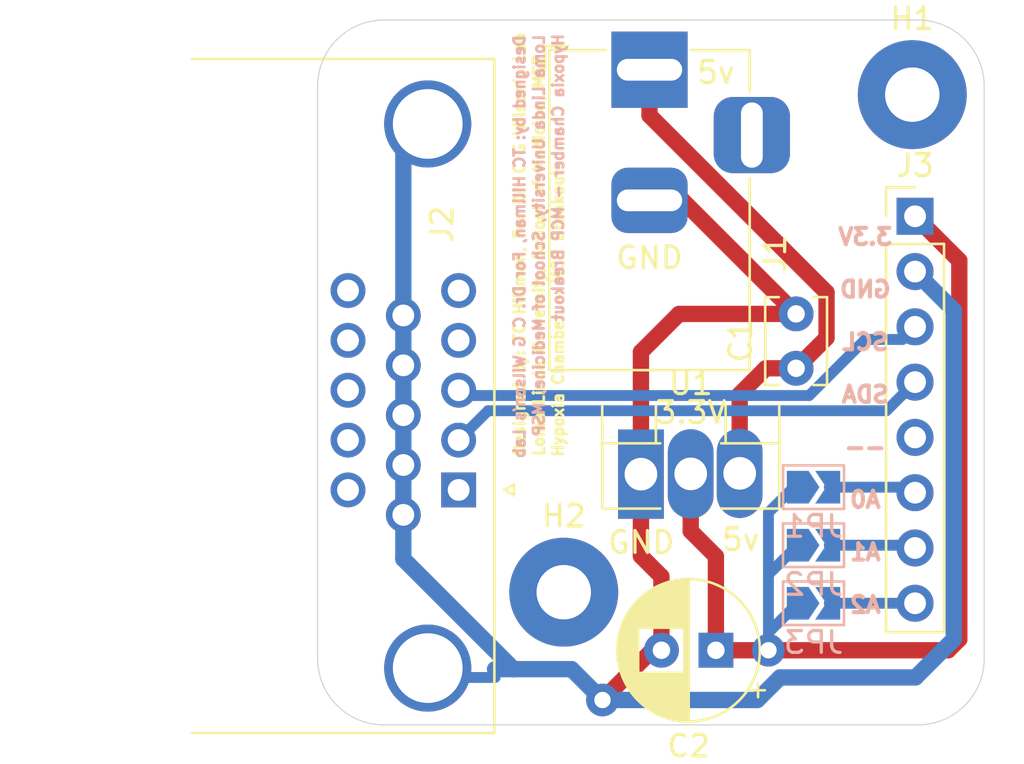
<source format=kicad_pcb>
(kicad_pcb (version 20171130) (host pcbnew "(5.1.10)-1")

  (general
    (thickness 1.6)
    (drawings 20)
    (tracks 64)
    (zones 0)
    (modules 11)
    (nets 19)
  )

  (page A4)
  (layers
    (0 F.Cu signal)
    (31 B.Cu signal)
    (32 B.Adhes user)
    (33 F.Adhes user)
    (34 B.Paste user)
    (35 F.Paste user)
    (36 B.SilkS user)
    (37 F.SilkS user)
    (38 B.Mask user)
    (39 F.Mask user)
    (40 Dwgs.User user)
    (41 Cmts.User user)
    (42 Eco1.User user)
    (43 Eco2.User user)
    (44 Edge.Cuts user)
    (45 Margin user)
    (46 B.CrtYd user)
    (47 F.CrtYd user)
    (48 B.Fab user)
    (49 F.Fab user)
  )

  (setup
    (last_trace_width 0.25)
    (user_trace_width 0.4)
    (user_trace_width 0.5)
    (user_trace_width 0.6)
    (user_trace_width 0.75)
    (trace_clearance 0.2)
    (zone_clearance 0.508)
    (zone_45_only no)
    (trace_min 0.2)
    (via_size 0.8)
    (via_drill 0.4)
    (via_min_size 0.4)
    (via_min_drill 0.3)
    (user_via 1 0.5)
    (user_via 1.5 0.75)
    (uvia_size 0.3)
    (uvia_drill 0.1)
    (uvias_allowed no)
    (uvia_min_size 0.2)
    (uvia_min_drill 0.1)
    (edge_width 0.05)
    (segment_width 0.2)
    (pcb_text_width 0.3)
    (pcb_text_size 1.5 1.5)
    (mod_edge_width 0.12)
    (mod_text_size 1 1)
    (mod_text_width 0.15)
    (pad_size 1.524 1.524)
    (pad_drill 0.762)
    (pad_to_mask_clearance 0)
    (aux_axis_origin 0 0)
    (visible_elements 7FFFFFFF)
    (pcbplotparams
      (layerselection 0x010fc_ffffffff)
      (usegerberextensions false)
      (usegerberattributes true)
      (usegerberadvancedattributes true)
      (creategerberjobfile true)
      (excludeedgelayer true)
      (linewidth 0.100000)
      (plotframeref false)
      (viasonmask false)
      (mode 1)
      (useauxorigin false)
      (hpglpennumber 1)
      (hpglpenspeed 20)
      (hpglpendiameter 15.000000)
      (psnegative false)
      (psa4output false)
      (plotreference true)
      (plotvalue true)
      (plotinvisibletext false)
      (padsonsilk false)
      (subtractmaskfromsilk false)
      (outputformat 1)
      (mirror false)
      (drillshape 1)
      (scaleselection 1)
      (outputdirectory ""))
  )

  (net 0 "")
  (net 1 /GND)
  (net 2 /5V)
  (net 3 /3.3V)
  (net 4 "Net-(J1-PadMP)")
  (net 5 "Net-(J2-Pad1)")
  (net 6 "Net-(J2-Pad5)")
  (net 7 /SCL)
  (net 8 "Net-(J2-Pad4)")
  (net 9 "Net-(J2-Pad11)")
  (net 10 "Net-(J2-Pad12)")
  (net 11 "Net-(J2-Pad15)")
  (net 12 "Net-(J2-Pad14)")
  (net 13 "Net-(J2-Pad13)")
  (net 14 /SDA)
  (net 15 /A2)
  (net 16 /A1)
  (net 17 /A0)
  (net 18 "Net-(J3-Pad5)")

  (net_class Default "This is the default net class."
    (clearance 0.2)
    (trace_width 0.25)
    (via_dia 0.8)
    (via_drill 0.4)
    (uvia_dia 0.3)
    (uvia_drill 0.1)
    (add_net /3.3V)
    (add_net /5V)
    (add_net /A0)
    (add_net /A1)
    (add_net /A2)
    (add_net /GND)
    (add_net /SCL)
    (add_net /SDA)
    (add_net "Net-(J1-PadMP)")
    (add_net "Net-(J2-Pad1)")
    (add_net "Net-(J2-Pad11)")
    (add_net "Net-(J2-Pad12)")
    (add_net "Net-(J2-Pad13)")
    (add_net "Net-(J2-Pad14)")
    (add_net "Net-(J2-Pad15)")
    (add_net "Net-(J2-Pad4)")
    (add_net "Net-(J2-Pad5)")
    (add_net "Net-(J3-Pad5)")
  )

  (module MountingHole:MountingHole_2.5mm_Pad_TopBottom (layer F.Cu) (tedit 56D1B4CB) (tstamp 61B9AF7D)
    (at 109.728 82.677)
    (descr "Mounting Hole 2.5mm")
    (tags "mounting hole 2.5mm")
    (path /61B95399)
    (attr virtual)
    (fp_text reference H2 (at 0 -3.5) (layer F.SilkS)
      (effects (font (size 1 1) (thickness 0.15)))
    )
    (fp_text value MountingHole (at 0 3.5) (layer F.Fab)
      (effects (font (size 1 1) (thickness 0.15)))
    )
    (fp_circle (center 0 0) (end 2.75 0) (layer F.CrtYd) (width 0.05))
    (fp_circle (center 0 0) (end 2.5 0) (layer Cmts.User) (width 0.15))
    (fp_text user %R (at 0.3 0) (layer F.Fab)
      (effects (font (size 1 1) (thickness 0.15)))
    )
    (pad 1 connect circle (at 0 0) (size 5 5) (layers B.Cu B.Mask))
    (pad 1 connect circle (at 0 0) (size 5 5) (layers F.Cu F.Mask))
    (pad 1 thru_hole circle (at 0 0) (size 2.9 2.9) (drill 2.5) (layers *.Cu *.Mask))
  )

  (module MountingHole:MountingHole_2.5mm_Pad_TopBottom (layer F.Cu) (tedit 56D1B4CB) (tstamp 61B9AF73)
    (at 125.73 59.817)
    (descr "Mounting Hole 2.5mm")
    (tags "mounting hole 2.5mm")
    (path /61B94933)
    (attr virtual)
    (fp_text reference H1 (at 0 -3.5) (layer F.SilkS)
      (effects (font (size 1 1) (thickness 0.15)))
    )
    (fp_text value MountingHole (at 0 3.5) (layer F.Fab)
      (effects (font (size 1 1) (thickness 0.15)))
    )
    (fp_circle (center 0 0) (end 2.75 0) (layer F.CrtYd) (width 0.05))
    (fp_circle (center 0 0) (end 2.5 0) (layer Cmts.User) (width 0.15))
    (fp_text user %R (at 0.3 0) (layer F.Fab)
      (effects (font (size 1 1) (thickness 0.15)))
    )
    (pad 1 connect circle (at 0 0) (size 5 5) (layers B.Cu B.Mask))
    (pad 1 connect circle (at 0 0) (size 5 5) (layers F.Cu F.Mask))
    (pad 1 thru_hole circle (at 0 0) (size 2.9 2.9) (drill 2.5) (layers *.Cu *.Mask))
  )

  (module 20211104-Library:3.3V_Regulator (layer F.Cu) (tedit 6184220E) (tstamp 61B9A1A9)
    (at 110.109 77.216)
    (descr "TO-3P-3, Vertical, RM 5.45mm, , see https://toshiba.semicon-storage.com/ap-en/design-support/package/detail.TO-3P(N).html")
    (tags "TO-3P-3 Vertical RM 5.45mm ")
    (path /61C9E158)
    (fp_text reference U1 (at 5.45 -4.12) (layer F.SilkS)
      (effects (font (size 1 1) (thickness 0.15)))
    )
    (fp_text value LD1117S33TR_SOT223 (at 5.45 3.5) (layer F.Fab)
      (effects (font (size 1 1) (thickness 0.15)))
    )
    (fp_line (start -1.27 2.4638) (end 11.7475 2.4638) (layer F.CrtYd) (width 0.12))
    (fp_line (start -1.2573 -3.2639) (end 11.7475 -3.2639) (layer F.CrtYd) (width 0.12))
    (fp_line (start -1.27 2.4638) (end -1.2573 -3.2639) (layer F.CrtYd) (width 0.12))
    (fp_line (start 11.7475 -3.0099) (end 11.7475 -3.2131) (layer F.CrtYd) (width 0.12))
    (fp_line (start 11.7475 -2.9972) (end 11.7475 2.4511) (layer F.CrtYd) (width 0.12))
    (fp_line (start 9.5123 1.6002) (end 9.5123 -3.1115) (layer F.SilkS) (width 0.12))
    (fp_line (start 1.3843 1.6002) (end 1.3843 -3.0861) (layer F.SilkS) (width 0.12))
    (fp_line (start -2.3 -3) (end -2.3 1.5) (layer F.Fab) (width 0.1))
    (fp_line (start -2.3 1.5) (end 13.2 1.5) (layer F.Fab) (width 0.1))
    (fp_line (start 13.2 1.5) (end 13.2 -3) (layer F.Fab) (width 0.1))
    (fp_line (start 13.2 -3) (end -2.3 -3) (layer F.Fab) (width 0.1))
    (fp_line (start -2.3 -1.5) (end 13.2 -1.5) (layer F.Fab) (width 0.1))
    (fp_line (start 3.85 -3) (end 3.85 -1.5) (layer F.Fab) (width 0.1))
    (fp_line (start 7.05 -3) (end 7.05 -1.5) (layer F.Fab) (width 0.1))
    (fp_line (start 1.4 1.62) (end 4.051 1.62) (layer F.SilkS) (width 0.12))
    (fp_line (start 6.85 1.62) (end 9.5 1.62) (layer F.SilkS) (width 0.12))
    (fp_line (start 1.4 -1.38) (end 4.051 -1.38) (layer F.SilkS) (width 0.12))
    (fp_line (start 6.85 -1.38) (end 9.5 -1.38) (layer F.SilkS) (width 0.12))
    (fp_line (start 3.85 -3.12) (end 3.85 -1.38) (layer F.SilkS) (width 0.12))
    (fp_line (start 7.051 -3.12) (end 7.051 -1.38) (layer F.SilkS) (width 0.12))
    (fp_text user %R (at 5.45 -4.12) (layer F.Fab)
      (effects (font (size 1 1) (thickness 0.15)))
    )
    (pad 3 thru_hole oval (at 7.6962 0) (size 2.1 4.1) (drill 1.5) (layers *.Cu *.Mask)
      (net 2 /5V))
    (pad 2 thru_hole oval (at 5.4483 0.0254) (size 2.1 4.1) (drill 1.5) (layers *.Cu *.Mask)
      (net 3 /3.3V))
    (pad 1 thru_hole rect (at 3.1623 0.0381) (size 2.1 4.1) (drill 1.5) (layers *.Cu *.Mask)
      (net 1 /GND))
    (model ${KISYS3DMOD}/Package_TO_SOT_THT.3dshapes/TO-3P-3_Vertical.wrl
      (at (xyz 0 0 0))
      (scale (xyz 1 1 1))
      (rotate (xyz 0 0 0))
    )
  )

  (module "Jumper:SolderJumper-2_P1.3mm_Open_TrianglePad1.0x1.5mm (2)" (layer B.Cu) (tedit 5A64794F) (tstamp 61B9A18D)
    (at 121.195 83.185)
    (descr "SMD Solder Jumper, 1x1.5mm Triangular Pads, 0.3mm gap, open")
    (tags "solder jumper open")
    (path /61CACA6D)
    (attr virtual)
    (fp_text reference JP3 (at 0 1.8) (layer B.SilkS)
      (effects (font (size 1 1) (thickness 0.15)) (justify mirror))
    )
    (fp_text value SolderJumper_2_Open (at 0 -1.9) (layer B.Fab)
      (effects (font (size 1 1) (thickness 0.15)) (justify mirror))
    )
    (fp_line (start 1.65 -1.25) (end -1.65 -1.25) (layer B.CrtYd) (width 0.05))
    (fp_line (start 1.65 -1.25) (end 1.65 1.25) (layer B.CrtYd) (width 0.05))
    (fp_line (start -1.65 1.25) (end -1.65 -1.25) (layer B.CrtYd) (width 0.05))
    (fp_line (start -1.65 1.25) (end 1.65 1.25) (layer B.CrtYd) (width 0.05))
    (fp_line (start -1.4 1) (end 1.4 1) (layer B.SilkS) (width 0.12))
    (fp_line (start 1.4 1) (end 1.4 -1) (layer B.SilkS) (width 0.12))
    (fp_line (start 1.4 -1) (end -1.4 -1) (layer B.SilkS) (width 0.12))
    (fp_line (start -1.4 -1) (end -1.4 1) (layer B.SilkS) (width 0.12))
    (pad 1 smd custom (at -0.725 0) (size 0.3 0.3) (layers B.Cu B.Mask)
      (net 3 /3.3V) (zone_connect 2)
      (options (clearance outline) (anchor rect))
      (primitives
        (gr_poly (pts
           (xy -0.5 0.75) (xy 0.5 0.75) (xy 1 0) (xy 0.5 -0.75) (xy -0.5 -0.75)
) (width 0))
      ))
    (pad 2 smd custom (at 0.725 0) (size 0.3 0.3) (layers B.Cu B.Mask)
      (net 15 /A2) (zone_connect 2)
      (options (clearance outline) (anchor rect))
      (primitives
        (gr_poly (pts
           (xy -0.65 0.75) (xy 0.5 0.75) (xy 0.5 -0.75) (xy -0.65 -0.75) (xy -0.15 0)
) (width 0))
      ))
  )

  (module "Jumper:SolderJumper-2_P1.3mm_Open_TrianglePad1.0x1.5mm (2)" (layer B.Cu) (tedit 5A64794F) (tstamp 61B9A17F)
    (at 121.195 80.518)
    (descr "SMD Solder Jumper, 1x1.5mm Triangular Pads, 0.3mm gap, open")
    (tags "solder jumper open")
    (path /61CAC592)
    (attr virtual)
    (fp_text reference JP2 (at 0 1.8) (layer B.SilkS)
      (effects (font (size 1 1) (thickness 0.15)) (justify mirror))
    )
    (fp_text value SolderJumper_2_Open (at 0 -1.9) (layer B.Fab)
      (effects (font (size 1 1) (thickness 0.15)) (justify mirror))
    )
    (fp_line (start 1.65 -1.25) (end -1.65 -1.25) (layer B.CrtYd) (width 0.05))
    (fp_line (start 1.65 -1.25) (end 1.65 1.25) (layer B.CrtYd) (width 0.05))
    (fp_line (start -1.65 1.25) (end -1.65 -1.25) (layer B.CrtYd) (width 0.05))
    (fp_line (start -1.65 1.25) (end 1.65 1.25) (layer B.CrtYd) (width 0.05))
    (fp_line (start -1.4 1) (end 1.4 1) (layer B.SilkS) (width 0.12))
    (fp_line (start 1.4 1) (end 1.4 -1) (layer B.SilkS) (width 0.12))
    (fp_line (start 1.4 -1) (end -1.4 -1) (layer B.SilkS) (width 0.12))
    (fp_line (start -1.4 -1) (end -1.4 1) (layer B.SilkS) (width 0.12))
    (pad 1 smd custom (at -0.725 0) (size 0.3 0.3) (layers B.Cu B.Mask)
      (net 3 /3.3V) (zone_connect 2)
      (options (clearance outline) (anchor rect))
      (primitives
        (gr_poly (pts
           (xy -0.5 0.75) (xy 0.5 0.75) (xy 1 0) (xy 0.5 -0.75) (xy -0.5 -0.75)
) (width 0))
      ))
    (pad 2 smd custom (at 0.725 0) (size 0.3 0.3) (layers B.Cu B.Mask)
      (net 16 /A1) (zone_connect 2)
      (options (clearance outline) (anchor rect))
      (primitives
        (gr_poly (pts
           (xy -0.65 0.75) (xy 0.5 0.75) (xy 0.5 -0.75) (xy -0.65 -0.75) (xy -0.15 0)
) (width 0))
      ))
  )

  (module "Jumper:SolderJumper-2_P1.3mm_Open_TrianglePad1.0x1.5mm (2)" (layer B.Cu) (tedit 5A64794F) (tstamp 61B9A171)
    (at 121.195 77.851)
    (descr "SMD Solder Jumper, 1x1.5mm Triangular Pads, 0.3mm gap, open")
    (tags "solder jumper open")
    (path /61CABC22)
    (attr virtual)
    (fp_text reference JP1 (at 0 1.8) (layer B.SilkS)
      (effects (font (size 1 1) (thickness 0.15)) (justify mirror))
    )
    (fp_text value SolderJumper_2_Open (at 0 -1.9) (layer B.Fab)
      (effects (font (size 1 1) (thickness 0.15)) (justify mirror))
    )
    (fp_line (start 1.65 -1.25) (end -1.65 -1.25) (layer B.CrtYd) (width 0.05))
    (fp_line (start 1.65 -1.25) (end 1.65 1.25) (layer B.CrtYd) (width 0.05))
    (fp_line (start -1.65 1.25) (end -1.65 -1.25) (layer B.CrtYd) (width 0.05))
    (fp_line (start -1.65 1.25) (end 1.65 1.25) (layer B.CrtYd) (width 0.05))
    (fp_line (start -1.4 1) (end 1.4 1) (layer B.SilkS) (width 0.12))
    (fp_line (start 1.4 1) (end 1.4 -1) (layer B.SilkS) (width 0.12))
    (fp_line (start 1.4 -1) (end -1.4 -1) (layer B.SilkS) (width 0.12))
    (fp_line (start -1.4 -1) (end -1.4 1) (layer B.SilkS) (width 0.12))
    (pad 1 smd custom (at -0.725 0) (size 0.3 0.3) (layers B.Cu B.Mask)
      (net 3 /3.3V) (zone_connect 2)
      (options (clearance outline) (anchor rect))
      (primitives
        (gr_poly (pts
           (xy -0.5 0.75) (xy 0.5 0.75) (xy 1 0) (xy 0.5 -0.75) (xy -0.5 -0.75)
) (width 0))
      ))
    (pad 2 smd custom (at 0.725 0) (size 0.3 0.3) (layers B.Cu B.Mask)
      (net 17 /A0) (zone_connect 2)
      (options (clearance outline) (anchor rect))
      (primitives
        (gr_poly (pts
           (xy -0.65 0.75) (xy 0.5 0.75) (xy 0.5 -0.75) (xy -0.65 -0.75) (xy -0.15 0)
) (width 0))
      ))
  )

  (module Connector_PinHeader_2.54mm:PinHeader_1x08_P2.54mm_Vertical (layer F.Cu) (tedit 59FED5CC) (tstamp 61B9A163)
    (at 125.857 65.405)
    (descr "Through hole straight pin header, 1x08, 2.54mm pitch, single row")
    (tags "Through hole pin header THT 1x08 2.54mm single row")
    (path /61C9E8CD)
    (fp_text reference J3 (at 0 -2.33) (layer F.SilkS)
      (effects (font (size 1 1) (thickness 0.15)))
    )
    (fp_text value Conn_01x08 (at 0 20.11) (layer F.Fab)
      (effects (font (size 1 1) (thickness 0.15)))
    )
    (fp_line (start 1.8 -1.8) (end -1.8 -1.8) (layer F.CrtYd) (width 0.05))
    (fp_line (start 1.8 19.55) (end 1.8 -1.8) (layer F.CrtYd) (width 0.05))
    (fp_line (start -1.8 19.55) (end 1.8 19.55) (layer F.CrtYd) (width 0.05))
    (fp_line (start -1.8 -1.8) (end -1.8 19.55) (layer F.CrtYd) (width 0.05))
    (fp_line (start -1.33 -1.33) (end 0 -1.33) (layer F.SilkS) (width 0.12))
    (fp_line (start -1.33 0) (end -1.33 -1.33) (layer F.SilkS) (width 0.12))
    (fp_line (start -1.33 1.27) (end 1.33 1.27) (layer F.SilkS) (width 0.12))
    (fp_line (start 1.33 1.27) (end 1.33 19.11) (layer F.SilkS) (width 0.12))
    (fp_line (start -1.33 1.27) (end -1.33 19.11) (layer F.SilkS) (width 0.12))
    (fp_line (start -1.33 19.11) (end 1.33 19.11) (layer F.SilkS) (width 0.12))
    (fp_line (start -1.27 -0.635) (end -0.635 -1.27) (layer F.Fab) (width 0.1))
    (fp_line (start -1.27 19.05) (end -1.27 -0.635) (layer F.Fab) (width 0.1))
    (fp_line (start 1.27 19.05) (end -1.27 19.05) (layer F.Fab) (width 0.1))
    (fp_line (start 1.27 -1.27) (end 1.27 19.05) (layer F.Fab) (width 0.1))
    (fp_line (start -0.635 -1.27) (end 1.27 -1.27) (layer F.Fab) (width 0.1))
    (fp_text user %R (at 0 8.89 90) (layer F.Fab)
      (effects (font (size 1 1) (thickness 0.15)))
    )
    (pad 8 thru_hole oval (at 0 17.78) (size 1.7 1.7) (drill 1) (layers *.Cu *.Mask)
      (net 15 /A2))
    (pad 7 thru_hole oval (at 0 15.24) (size 1.7 1.7) (drill 1) (layers *.Cu *.Mask)
      (net 16 /A1))
    (pad 6 thru_hole oval (at 0 12.7) (size 1.7 1.7) (drill 1) (layers *.Cu *.Mask)
      (net 17 /A0))
    (pad 5 thru_hole oval (at 0 10.16) (size 1.7 1.7) (drill 1) (layers *.Cu *.Mask)
      (net 18 "Net-(J3-Pad5)"))
    (pad 4 thru_hole oval (at 0 7.62) (size 1.7 1.7) (drill 1) (layers *.Cu *.Mask)
      (net 14 /SDA))
    (pad 3 thru_hole oval (at 0 5.08) (size 1.7 1.7) (drill 1) (layers *.Cu *.Mask)
      (net 7 /SCL))
    (pad 2 thru_hole oval (at 0 2.54) (size 1.7 1.7) (drill 1) (layers *.Cu *.Mask)
      (net 1 /GND))
    (pad 1 thru_hole rect (at 0 0) (size 1.7 1.7) (drill 1) (layers *.Cu *.Mask)
      (net 3 /3.3V))
    (model ${KISYS3DMOD}/Connector_PinHeader_2.54mm.3dshapes/PinHeader_1x08_P2.54mm_Vertical.wrl
      (at (xyz 0 0 0))
      (scale (xyz 1 1 1))
      (rotate (xyz 0 0 0))
    )
  )

  (module 20211104-Library:DSUB-15-HD-Female-Horixonal_P2.29x2.54mm_EdgePinOffset8.35mm_Mouting10.89mm (layer F.Cu) (tedit 61841A0F) (tstamp 61B9A147)
    (at 104.902 77.978 270)
    (descr "15-pin D-Sub connector, horizontal/angled (90 deg), THT-mount, female, pitch 2.29x1.98mm, pin-PCB-offset 8.35mm, distance of mounting holes 25mm, distance of mounting holes to PCB edge 10.889999999999999mm, see https://disti-assets.s3.amazonaws.com/tonar/files/datasheets/16730.pdf")
    (tags "15-pin D-Sub connector horizontal angled 90deg THT female pitch 2.29x1.98mm pin-PCB-offset 8.35mm mounting-holes-distance 25mm mounting-hole-offset 25mm")
    (path /61C9D369)
    (fp_text reference J2 (at -12.192 0.762 90) (layer F.SilkS)
      (effects (font (size 1 1) (thickness 0.15)))
    )
    (fp_text value DB15_Female_HighDensity_MountingHoles (at -4.315 20.21 90) (layer F.Fab)
      (effects (font (size 1 1) (thickness 0.15)))
    )
    (fp_line (start 11.65 -2.1) (end -20.25 -2.1) (layer F.CrtYd) (width 0.05))
    (fp_line (start 11.65 19.25) (end 11.65 -2.1) (layer F.CrtYd) (width 0.05))
    (fp_line (start -20.25 19.25) (end 11.65 19.25) (layer F.CrtYd) (width 0.05))
    (fp_line (start -20.25 -2.1) (end -20.25 19.25) (layer F.CrtYd) (width 0.05))
    (fp_line (start 0 -2.101325) (end -0.25 -2.534338) (layer F.SilkS) (width 0.12))
    (fp_line (start 0.25 -2.534338) (end 0 -2.101325) (layer F.SilkS) (width 0.12))
    (fp_line (start -0.25 -2.534338) (end 0.25 -2.534338) (layer F.SilkS) (width 0.12))
    (fp_line (start 11.17 -1.64) (end 11.17 12.25) (layer F.SilkS) (width 0.12))
    (fp_line (start -19.8 -1.64) (end 11.17 -1.64) (layer F.SilkS) (width 0.12))
    (fp_line (start -19.8 12.25) (end -19.8 -1.64) (layer F.SilkS) (width 0.12))
    (fp_line (start 9.785 12.31) (end 9.785 1.42) (layer F.Fab) (width 0.1))
    (fp_line (start 6.585 12.31) (end 6.585 1.42) (layer F.Fab) (width 0.1))
    (fp_line (start -15.215 12.31) (end -15.215 1.42) (layer F.Fab) (width 0.1))
    (fp_line (start -18.415 12.31) (end -18.415 1.42) (layer F.Fab) (width 0.1))
    (fp_line (start 10.685 12.71) (end 5.685 12.71) (layer F.Fab) (width 0.1))
    (fp_line (start 10.685 17.71) (end 10.685 12.71) (layer F.Fab) (width 0.1))
    (fp_line (start 5.685 17.71) (end 10.685 17.71) (layer F.Fab) (width 0.1))
    (fp_line (start 5.685 12.71) (end 5.685 17.71) (layer F.Fab) (width 0.1))
    (fp_line (start -14.315 12.71) (end -19.315 12.71) (layer F.Fab) (width 0.1))
    (fp_line (start -14.315 17.71) (end -14.315 12.71) (layer F.Fab) (width 0.1))
    (fp_line (start -19.315 17.71) (end -14.315 17.71) (layer F.Fab) (width 0.1))
    (fp_line (start -19.315 12.71) (end -19.315 17.71) (layer F.Fab) (width 0.1))
    (fp_line (start 3.835 12.71) (end -12.465 12.71) (layer F.Fab) (width 0.1))
    (fp_line (start 3.835 18.71) (end 3.835 12.71) (layer F.Fab) (width 0.1))
    (fp_line (start -12.465 18.71) (end 3.835 18.71) (layer F.Fab) (width 0.1))
    (fp_line (start -12.465 12.71) (end -12.465 18.71) (layer F.Fab) (width 0.1))
    (fp_line (start 11.11 12.31) (end -19.74 12.31) (layer F.Fab) (width 0.1))
    (fp_line (start 11.11 12.71) (end 11.11 12.31) (layer F.Fab) (width 0.1))
    (fp_line (start -19.74 12.71) (end 11.11 12.71) (layer F.Fab) (width 0.1))
    (fp_line (start -19.74 12.31) (end -19.74 12.71) (layer F.Fab) (width 0.1))
    (fp_line (start 11.11 -1.58) (end -19.74 -1.58) (layer F.Fab) (width 0.1))
    (fp_line (start 11.11 12.31) (end 11.11 -1.58) (layer F.Fab) (width 0.1))
    (fp_line (start -19.74 12.31) (end 11.11 12.31) (layer F.Fab) (width 0.1))
    (fp_line (start -19.74 -1.58) (end -19.74 12.31) (layer F.Fab) (width 0.1))
    (fp_circle (center 1.139595 2.54) (end 1.990495 2.4638) (layer Dwgs.User) (width 0.12))
    (fp_text user %R (at -4.315 15.71 90) (layer F.Fab)
      (effects (font (size 1 1) (thickness 0.15)))
    )
    (fp_arc (start 8.185 1.42) (end 6.585 1.42) (angle 180) (layer F.Fab) (width 0.1))
    (fp_arc (start -16.815 1.42) (end -18.415 1.42) (angle 180) (layer F.Fab) (width 0.1))
    (pad 1 thru_hole rect (at 0 0 270) (size 1.6 1.6) (drill 1) (layers *.Cu *.Mask)
      (net 5 "Net-(J2-Pad1)"))
    (pad 6 thru_hole circle (at 1.145 2.54 270) (size 1.6 1.6) (drill 1) (layers *.Cu *.Mask)
      (net 1 /GND))
    (pad 5 thru_hole circle (at -9.16 0 270) (size 1.6 1.6) (drill 1) (layers *.Cu *.Mask)
      (net 6 "Net-(J2-Pad5)"))
    (pad 3 thru_hole circle (at -4.58 0 270) (size 1.6 1.6) (drill 1) (layers *.Cu *.Mask)
      (net 7 /SCL))
    (pad 4 thru_hole circle (at -6.87 0 270) (size 1.6 1.6) (drill 1) (layers *.Cu *.Mask)
      (net 8 "Net-(J2-Pad4)"))
    (pad 11 thru_hole circle (at 0 5.08 270) (size 1.6 1.6) (drill 1) (layers *.Cu *.Mask)
      (net 9 "Net-(J2-Pad11)"))
    (pad 12 thru_hole circle (at -2.29 5.08 270) (size 1.6 1.6) (drill 1) (layers *.Cu *.Mask)
      (net 10 "Net-(J2-Pad12)"))
    (pad 15 thru_hole circle (at -9.16 5.08 270) (size 1.6 1.6) (drill 1) (layers *.Cu *.Mask)
      (net 11 "Net-(J2-Pad15)"))
    (pad 8 thru_hole circle (at -3.435 2.54 270) (size 1.6 1.6) (drill 1) (layers *.Cu *.Mask)
      (net 1 /GND))
    (pad 9 thru_hole circle (at -5.725 2.54 270) (size 1.6 1.6) (drill 1) (layers *.Cu *.Mask)
      (net 1 /GND))
    (pad 14 thru_hole circle (at -6.87 5.08 270) (size 1.6 1.6) (drill 1) (layers *.Cu *.Mask)
      (net 12 "Net-(J2-Pad14)"))
    (pad 7 thru_hole circle (at -1.145 2.54 270) (size 1.6 1.6) (drill 1) (layers *.Cu *.Mask)
      (net 1 /GND))
    (pad 10 thru_hole circle (at -8.015 2.54 270) (size 1.6 1.6) (drill 1) (layers *.Cu *.Mask)
      (net 1 /GND))
    (pad 13 thru_hole circle (at -4.58 5.08 270) (size 1.6 1.6) (drill 1) (layers *.Cu *.Mask)
      (net 13 "Net-(J2-Pad13)"))
    (pad 2 thru_hole circle (at -2.29 0 270) (size 1.6 1.6) (drill 1) (layers *.Cu *.Mask)
      (net 14 /SDA))
    (pad 0 thru_hole circle (at 8.185 1.42 270) (size 4 4) (drill 3.2) (layers *.Cu *.Mask)
      (net 1 /GND))
    (pad 0 thru_hole circle (at -16.815 1.42 270) (size 4 4) (drill 3.2) (layers *.Cu *.Mask)
      (net 1 /GND))
    (model ${KICAD6_3DMODEL_DIR}/Connector_Dsub.3dshapes/DSUB-15-HD_Female_Horizontal_P2.29x1.98mm_EdgePinOffset8.35mm_Housed_MountingHolesOffset10.89mm.wrl
      (at (xyz 0 0 0))
      (scale (xyz 1 1 1))
      (rotate (xyz 0 0 0))
    )
  )

  (module 20211104-Library:BarrelJack_Horizontal_w_MP (layer F.Cu) (tedit 61841F93) (tstamp 61B9A10C)
    (at 113.665 58.674 90)
    (descr "DC Barrel Jack")
    (tags "Power Jack")
    (path /61C9D9A2)
    (fp_text reference J1 (at -8.45 5.75 90) (layer F.SilkS)
      (effects (font (size 1 1) (thickness 0.15)))
    )
    (fp_text value Barrel_Jack_MountingPin (at -6.2 -5.5 90) (layer F.Fab)
      (effects (font (size 1 1) (thickness 0.15)))
    )
    (fp_line (start -0.003213 -4.505425) (end 0.8 -3.75) (layer F.Fab) (width 0.1))
    (fp_line (start 1.1 -3.75) (end 1.1 -4.8) (layer F.SilkS) (width 0.12))
    (fp_line (start 0.05 -4.8) (end 1.1 -4.8) (layer F.SilkS) (width 0.12))
    (fp_line (start 1 -4.5) (end 1 -4.75) (layer F.CrtYd) (width 0.05))
    (fp_line (start 1 -4.75) (end -14 -4.75) (layer F.CrtYd) (width 0.05))
    (fp_line (start 1 -4.5) (end 1 -2) (layer F.CrtYd) (width 0.05))
    (fp_line (start 1 -2) (end 2 -2) (layer F.CrtYd) (width 0.05))
    (fp_line (start 2 -2) (end 2 2) (layer F.CrtYd) (width 0.05))
    (fp_line (start 2 2) (end 1 2) (layer F.CrtYd) (width 0.05))
    (fp_line (start 1 2) (end 1 4.75) (layer F.CrtYd) (width 0.05))
    (fp_line (start 1 4.75) (end -1 4.75) (layer F.CrtYd) (width 0.05))
    (fp_line (start -1 4.75) (end -1 6.75) (layer F.CrtYd) (width 0.05))
    (fp_line (start -1 6.75) (end -5 6.75) (layer F.CrtYd) (width 0.05))
    (fp_line (start -5 6.75) (end -5 4.75) (layer F.CrtYd) (width 0.05))
    (fp_line (start -5 4.75) (end -14 4.75) (layer F.CrtYd) (width 0.05))
    (fp_line (start -14 4.75) (end -14 -4.75) (layer F.CrtYd) (width 0.05))
    (fp_line (start -5 4.6) (end -13.8 4.6) (layer F.SilkS) (width 0.12))
    (fp_line (start -13.8 4.6) (end -13.8 -4.6) (layer F.SilkS) (width 0.12))
    (fp_line (start 0.9 1.9) (end 0.9 4.6) (layer F.SilkS) (width 0.12))
    (fp_line (start 0.9 4.6) (end -1 4.6) (layer F.SilkS) (width 0.12))
    (fp_line (start -13.8 -4.6) (end 0.9 -4.6) (layer F.SilkS) (width 0.12))
    (fp_line (start 0.9 -4.6) (end 0.9 -2) (layer F.SilkS) (width 0.12))
    (fp_line (start -10.2 -4.5) (end -10.2 4.5) (layer F.Fab) (width 0.1))
    (fp_line (start -13.7 -4.5) (end -13.7 4.5) (layer F.Fab) (width 0.1))
    (fp_line (start -13.7 4.5) (end 0.8 4.5) (layer F.Fab) (width 0.1))
    (fp_line (start 0.8 4.5) (end 0.8 -3.75) (layer F.Fab) (width 0.1))
    (fp_line (start 0 -4.5) (end -13.7 -4.5) (layer F.Fab) (width 0.1))
    (fp_text user %R (at -3 -2.95 90) (layer F.Fab)
      (effects (font (size 1 1) (thickness 0.15)))
    )
    (pad MP thru_hole roundrect (at -3 4.7 90) (size 3.5 3.5) (drill oval 3 1) (layers *.Cu *.Mask) (roundrect_rratio 0.25)
      (net 4 "Net-(J1-PadMP)"))
    (pad 2 thru_hole roundrect (at -6 0 90) (size 3 3.5) (drill oval 1 3) (layers *.Cu *.Mask) (roundrect_rratio 0.25)
      (net 1 /GND))
    (pad 1 thru_hole rect (at 0 0 90) (size 3.5 3.5) (drill oval 1 3) (layers *.Cu *.Mask)
      (net 2 /5V))
    (model ${KISYS3DMOD}/Connector_BarrelJack.3dshapes/BarrelJack_Horizontal.wrl
      (at (xyz 0 0 0))
      (scale (xyz 1 1 1))
      (rotate (xyz 0 0 0))
    )
  )

  (module 20211104-Library:CP_10uF_Radial_D6.3mm_P2.50mm (layer F.Cu) (tedit 5AE50EF0) (tstamp 61B9A0E9)
    (at 116.713 85.344 180)
    (descr "CP, Radial series, Radial, pin pitch=2.50mm, , diameter=6.3mm, Electrolytic Capacitor")
    (tags "CP Radial series Radial pin pitch 2.50mm  diameter 6.3mm Electrolytic Capacitor")
    (path /61C9E5B6)
    (fp_text reference C2 (at 1.25 -4.4) (layer F.SilkS)
      (effects (font (size 1 1) (thickness 0.15)))
    )
    (fp_text value CP_Small (at 1.25 4.4) (layer F.Fab)
      (effects (font (size 1 1) (thickness 0.15)))
    )
    (fp_circle (center 1.25 0) (end 4.4 0) (layer F.Fab) (width 0.1))
    (fp_circle (center 1.25 0) (end 4.52 0) (layer F.SilkS) (width 0.12))
    (fp_circle (center 1.25 0) (end 4.65 0) (layer F.CrtYd) (width 0.05))
    (fp_line (start -1.443972 -1.3735) (end -0.813972 -1.3735) (layer F.Fab) (width 0.1))
    (fp_line (start -1.128972 -1.6885) (end -1.128972 -1.0585) (layer F.Fab) (width 0.1))
    (fp_line (start 1.25 -3.23) (end 1.25 3.23) (layer F.SilkS) (width 0.12))
    (fp_line (start 1.29 -3.23) (end 1.29 3.23) (layer F.SilkS) (width 0.12))
    (fp_line (start 1.33 -3.23) (end 1.33 3.23) (layer F.SilkS) (width 0.12))
    (fp_line (start 1.37 -3.228) (end 1.37 3.228) (layer F.SilkS) (width 0.12))
    (fp_line (start 1.41 -3.227) (end 1.41 3.227) (layer F.SilkS) (width 0.12))
    (fp_line (start 1.45 -3.224) (end 1.45 3.224) (layer F.SilkS) (width 0.12))
    (fp_line (start 1.49 -3.222) (end 1.49 -1.04) (layer F.SilkS) (width 0.12))
    (fp_line (start 1.49 1.04) (end 1.49 3.222) (layer F.SilkS) (width 0.12))
    (fp_line (start 1.53 -3.218) (end 1.53 -1.04) (layer F.SilkS) (width 0.12))
    (fp_line (start 1.53 1.04) (end 1.53 3.218) (layer F.SilkS) (width 0.12))
    (fp_line (start 1.57 -3.215) (end 1.57 -1.04) (layer F.SilkS) (width 0.12))
    (fp_line (start 1.57 1.04) (end 1.57 3.215) (layer F.SilkS) (width 0.12))
    (fp_line (start 1.61 -3.211) (end 1.61 -1.04) (layer F.SilkS) (width 0.12))
    (fp_line (start 1.61 1.04) (end 1.61 3.211) (layer F.SilkS) (width 0.12))
    (fp_line (start 1.65 -3.206) (end 1.65 -1.04) (layer F.SilkS) (width 0.12))
    (fp_line (start 1.65 1.04) (end 1.65 3.206) (layer F.SilkS) (width 0.12))
    (fp_line (start 1.69 -3.201) (end 1.69 -1.04) (layer F.SilkS) (width 0.12))
    (fp_line (start 1.69 1.04) (end 1.69 3.201) (layer F.SilkS) (width 0.12))
    (fp_line (start 1.73 -3.195) (end 1.73 -1.04) (layer F.SilkS) (width 0.12))
    (fp_line (start 1.73 1.04) (end 1.73 3.195) (layer F.SilkS) (width 0.12))
    (fp_line (start 1.77 -3.189) (end 1.77 -1.04) (layer F.SilkS) (width 0.12))
    (fp_line (start 1.77 1.04) (end 1.77 3.189) (layer F.SilkS) (width 0.12))
    (fp_line (start 1.81 -3.182) (end 1.81 -1.04) (layer F.SilkS) (width 0.12))
    (fp_line (start 1.81 1.04) (end 1.81 3.182) (layer F.SilkS) (width 0.12))
    (fp_line (start 1.85 -3.175) (end 1.85 -1.04) (layer F.SilkS) (width 0.12))
    (fp_line (start 1.85 1.04) (end 1.85 3.175) (layer F.SilkS) (width 0.12))
    (fp_line (start 1.89 -3.167) (end 1.89 -1.04) (layer F.SilkS) (width 0.12))
    (fp_line (start 1.89 1.04) (end 1.89 3.167) (layer F.SilkS) (width 0.12))
    (fp_line (start 1.93 -3.159) (end 1.93 -1.04) (layer F.SilkS) (width 0.12))
    (fp_line (start 1.93 1.04) (end 1.93 3.159) (layer F.SilkS) (width 0.12))
    (fp_line (start 1.971 -3.15) (end 1.971 -1.04) (layer F.SilkS) (width 0.12))
    (fp_line (start 1.971 1.04) (end 1.971 3.15) (layer F.SilkS) (width 0.12))
    (fp_line (start 2.011 -3.141) (end 2.011 -1.04) (layer F.SilkS) (width 0.12))
    (fp_line (start 2.011 1.04) (end 2.011 3.141) (layer F.SilkS) (width 0.12))
    (fp_line (start 2.051 -3.131) (end 2.051 -1.04) (layer F.SilkS) (width 0.12))
    (fp_line (start 2.051 1.04) (end 2.051 3.131) (layer F.SilkS) (width 0.12))
    (fp_line (start 2.091 -3.121) (end 2.091 -1.04) (layer F.SilkS) (width 0.12))
    (fp_line (start 2.091 1.04) (end 2.091 3.121) (layer F.SilkS) (width 0.12))
    (fp_line (start 2.131 -3.11) (end 2.131 -1.04) (layer F.SilkS) (width 0.12))
    (fp_line (start 2.131 1.04) (end 2.131 3.11) (layer F.SilkS) (width 0.12))
    (fp_line (start 2.171 -3.098) (end 2.171 -1.04) (layer F.SilkS) (width 0.12))
    (fp_line (start 2.171 1.04) (end 2.171 3.098) (layer F.SilkS) (width 0.12))
    (fp_line (start 2.211 -3.086) (end 2.211 -1.04) (layer F.SilkS) (width 0.12))
    (fp_line (start 2.211 1.04) (end 2.211 3.086) (layer F.SilkS) (width 0.12))
    (fp_line (start 2.251 -3.074) (end 2.251 -1.04) (layer F.SilkS) (width 0.12))
    (fp_line (start 2.251 1.04) (end 2.251 3.074) (layer F.SilkS) (width 0.12))
    (fp_line (start 2.291 -3.061) (end 2.291 -1.04) (layer F.SilkS) (width 0.12))
    (fp_line (start 2.291 1.04) (end 2.291 3.061) (layer F.SilkS) (width 0.12))
    (fp_line (start 2.331 -3.047) (end 2.331 -1.04) (layer F.SilkS) (width 0.12))
    (fp_line (start 2.331 1.04) (end 2.331 3.047) (layer F.SilkS) (width 0.12))
    (fp_line (start 2.371 -3.033) (end 2.371 -1.04) (layer F.SilkS) (width 0.12))
    (fp_line (start 2.371 1.04) (end 2.371 3.033) (layer F.SilkS) (width 0.12))
    (fp_line (start 2.411 -3.018) (end 2.411 -1.04) (layer F.SilkS) (width 0.12))
    (fp_line (start 2.411 1.04) (end 2.411 3.018) (layer F.SilkS) (width 0.12))
    (fp_line (start 2.451 -3.002) (end 2.451 -1.04) (layer F.SilkS) (width 0.12))
    (fp_line (start 2.451 1.04) (end 2.451 3.002) (layer F.SilkS) (width 0.12))
    (fp_line (start 2.491 -2.986) (end 2.491 -1.04) (layer F.SilkS) (width 0.12))
    (fp_line (start 2.491 1.04) (end 2.491 2.986) (layer F.SilkS) (width 0.12))
    (fp_line (start 2.531 -2.97) (end 2.531 -1.04) (layer F.SilkS) (width 0.12))
    (fp_line (start 2.531 1.04) (end 2.531 2.97) (layer F.SilkS) (width 0.12))
    (fp_line (start 2.571 -2.952) (end 2.571 -1.04) (layer F.SilkS) (width 0.12))
    (fp_line (start 2.571 1.04) (end 2.571 2.952) (layer F.SilkS) (width 0.12))
    (fp_line (start 2.611 -2.934) (end 2.611 -1.04) (layer F.SilkS) (width 0.12))
    (fp_line (start 2.611 1.04) (end 2.611 2.934) (layer F.SilkS) (width 0.12))
    (fp_line (start 2.651 -2.916) (end 2.651 -1.04) (layer F.SilkS) (width 0.12))
    (fp_line (start 2.651 1.04) (end 2.651 2.916) (layer F.SilkS) (width 0.12))
    (fp_line (start 2.691 -2.896) (end 2.691 -1.04) (layer F.SilkS) (width 0.12))
    (fp_line (start 2.691 1.04) (end 2.691 2.896) (layer F.SilkS) (width 0.12))
    (fp_line (start 2.731 -2.876) (end 2.731 -1.04) (layer F.SilkS) (width 0.12))
    (fp_line (start 2.731 1.04) (end 2.731 2.876) (layer F.SilkS) (width 0.12))
    (fp_line (start 2.771 -2.856) (end 2.771 -1.04) (layer F.SilkS) (width 0.12))
    (fp_line (start 2.771 1.04) (end 2.771 2.856) (layer F.SilkS) (width 0.12))
    (fp_line (start 2.811 -2.834) (end 2.811 -1.04) (layer F.SilkS) (width 0.12))
    (fp_line (start 2.811 1.04) (end 2.811 2.834) (layer F.SilkS) (width 0.12))
    (fp_line (start 2.851 -2.812) (end 2.851 -1.04) (layer F.SilkS) (width 0.12))
    (fp_line (start 2.851 1.04) (end 2.851 2.812) (layer F.SilkS) (width 0.12))
    (fp_line (start 2.891 -2.79) (end 2.891 -1.04) (layer F.SilkS) (width 0.12))
    (fp_line (start 2.891 1.04) (end 2.891 2.79) (layer F.SilkS) (width 0.12))
    (fp_line (start 2.931 -2.766) (end 2.931 -1.04) (layer F.SilkS) (width 0.12))
    (fp_line (start 2.931 1.04) (end 2.931 2.766) (layer F.SilkS) (width 0.12))
    (fp_line (start 2.971 -2.742) (end 2.971 -1.04) (layer F.SilkS) (width 0.12))
    (fp_line (start 2.971 1.04) (end 2.971 2.742) (layer F.SilkS) (width 0.12))
    (fp_line (start 3.011 -2.716) (end 3.011 -1.04) (layer F.SilkS) (width 0.12))
    (fp_line (start 3.011 1.04) (end 3.011 2.716) (layer F.SilkS) (width 0.12))
    (fp_line (start 3.051 -2.69) (end 3.051 -1.04) (layer F.SilkS) (width 0.12))
    (fp_line (start 3.051 1.04) (end 3.051 2.69) (layer F.SilkS) (width 0.12))
    (fp_line (start 3.091 -2.664) (end 3.091 -1.04) (layer F.SilkS) (width 0.12))
    (fp_line (start 3.091 1.04) (end 3.091 2.664) (layer F.SilkS) (width 0.12))
    (fp_line (start 3.131 -2.636) (end 3.131 -1.04) (layer F.SilkS) (width 0.12))
    (fp_line (start 3.131 1.04) (end 3.131 2.636) (layer F.SilkS) (width 0.12))
    (fp_line (start 3.171 -2.607) (end 3.171 -1.04) (layer F.SilkS) (width 0.12))
    (fp_line (start 3.171 1.04) (end 3.171 2.607) (layer F.SilkS) (width 0.12))
    (fp_line (start 3.211 -2.578) (end 3.211 -1.04) (layer F.SilkS) (width 0.12))
    (fp_line (start 3.211 1.04) (end 3.211 2.578) (layer F.SilkS) (width 0.12))
    (fp_line (start 3.251 -2.548) (end 3.251 -1.04) (layer F.SilkS) (width 0.12))
    (fp_line (start 3.251 1.04) (end 3.251 2.548) (layer F.SilkS) (width 0.12))
    (fp_line (start 3.291 -2.516) (end 3.291 -1.04) (layer F.SilkS) (width 0.12))
    (fp_line (start 3.291 1.04) (end 3.291 2.516) (layer F.SilkS) (width 0.12))
    (fp_line (start 3.331 -2.484) (end 3.331 -1.04) (layer F.SilkS) (width 0.12))
    (fp_line (start 3.331 1.04) (end 3.331 2.484) (layer F.SilkS) (width 0.12))
    (fp_line (start 3.371 -2.45) (end 3.371 -1.04) (layer F.SilkS) (width 0.12))
    (fp_line (start 3.371 1.04) (end 3.371 2.45) (layer F.SilkS) (width 0.12))
    (fp_line (start 3.411 -2.416) (end 3.411 -1.04) (layer F.SilkS) (width 0.12))
    (fp_line (start 3.411 1.04) (end 3.411 2.416) (layer F.SilkS) (width 0.12))
    (fp_line (start 3.451 -2.38) (end 3.451 -1.04) (layer F.SilkS) (width 0.12))
    (fp_line (start 3.451 1.04) (end 3.451 2.38) (layer F.SilkS) (width 0.12))
    (fp_line (start 3.491 -2.343) (end 3.491 -1.04) (layer F.SilkS) (width 0.12))
    (fp_line (start 3.491 1.04) (end 3.491 2.343) (layer F.SilkS) (width 0.12))
    (fp_line (start 3.531 -2.305) (end 3.531 -1.04) (layer F.SilkS) (width 0.12))
    (fp_line (start 3.531 1.04) (end 3.531 2.305) (layer F.SilkS) (width 0.12))
    (fp_line (start 3.571 -2.265) (end 3.571 2.265) (layer F.SilkS) (width 0.12))
    (fp_line (start 3.611 -2.224) (end 3.611 2.224) (layer F.SilkS) (width 0.12))
    (fp_line (start 3.651 -2.182) (end 3.651 2.182) (layer F.SilkS) (width 0.12))
    (fp_line (start 3.691 -2.137) (end 3.691 2.137) (layer F.SilkS) (width 0.12))
    (fp_line (start 3.731 -2.092) (end 3.731 2.092) (layer F.SilkS) (width 0.12))
    (fp_line (start 3.771 -2.044) (end 3.771 2.044) (layer F.SilkS) (width 0.12))
    (fp_line (start 3.811 -1.995) (end 3.811 1.995) (layer F.SilkS) (width 0.12))
    (fp_line (start 3.851 -1.944) (end 3.851 1.944) (layer F.SilkS) (width 0.12))
    (fp_line (start 3.891 -1.89) (end 3.891 1.89) (layer F.SilkS) (width 0.12))
    (fp_line (start 3.931 -1.834) (end 3.931 1.834) (layer F.SilkS) (width 0.12))
    (fp_line (start 3.971 -1.776) (end 3.971 1.776) (layer F.SilkS) (width 0.12))
    (fp_line (start 4.011 -1.714) (end 4.011 1.714) (layer F.SilkS) (width 0.12))
    (fp_line (start 4.051 -1.65) (end 4.051 1.65) (layer F.SilkS) (width 0.12))
    (fp_line (start 4.091 -1.581) (end 4.091 1.581) (layer F.SilkS) (width 0.12))
    (fp_line (start 4.131 -1.509) (end 4.131 1.509) (layer F.SilkS) (width 0.12))
    (fp_line (start 4.171 -1.432) (end 4.171 1.432) (layer F.SilkS) (width 0.12))
    (fp_line (start 4.211 -1.35) (end 4.211 1.35) (layer F.SilkS) (width 0.12))
    (fp_line (start 4.251 -1.262) (end 4.251 1.262) (layer F.SilkS) (width 0.12))
    (fp_line (start 4.291 -1.165) (end 4.291 1.165) (layer F.SilkS) (width 0.12))
    (fp_line (start 4.331 -1.059) (end 4.331 1.059) (layer F.SilkS) (width 0.12))
    (fp_line (start 4.371 -0.94) (end 4.371 0.94) (layer F.SilkS) (width 0.12))
    (fp_line (start 4.411 -0.802) (end 4.411 0.802) (layer F.SilkS) (width 0.12))
    (fp_line (start 4.451 -0.633) (end 4.451 0.633) (layer F.SilkS) (width 0.12))
    (fp_line (start 4.491 -0.402) (end 4.491 0.402) (layer F.SilkS) (width 0.12))
    (fp_line (start -2.250241 -1.839) (end -1.620241 -1.839) (layer F.SilkS) (width 0.12))
    (fp_line (start -1.935241 -2.154) (end -1.935241 -1.524) (layer F.SilkS) (width 0.12))
    (fp_text user %R (at 1.25 0) (layer F.Fab)
      (effects (font (size 1 1) (thickness 0.15)))
    )
    (pad 2 thru_hole circle (at 2.5 0 180) (size 1.6 1.6) (drill 0.8) (layers *.Cu *.Mask)
      (net 1 /GND))
    (pad 1 thru_hole rect (at 0 0 180) (size 1.6 1.6) (drill 0.8) (layers *.Cu *.Mask)
      (net 3 /3.3V))
    (model ${KISYS3DMOD}/Capacitor_THT.3dshapes/CP_Radial_D6.3mm_P2.50mm.wrl
      (at (xyz 0 0 0))
      (scale (xyz 1 1 1))
      (rotate (xyz 0 0 0))
    )
  )

  (module 20211104-Library:C_Disc_0.1uF_D3.8mm_W2.6mm_P2.50mm (layer F.Cu) (tedit 5AE50EF0) (tstamp 61B9A055)
    (at 120.396 72.39 90)
    (descr "C, Disc series, Radial, pin pitch=2.50mm, , diameter*width=3.8*2.6mm^2, Capacitor, http://www.vishay.com/docs/45233/krseries.pdf")
    (tags "C Disc series Radial pin pitch 2.50mm  diameter 3.8mm width 2.6mm Capacitor")
    (path /61C9DF9E)
    (fp_text reference C1 (at 1.25 -2.55 90) (layer F.SilkS)
      (effects (font (size 1 1) (thickness 0.15)))
    )
    (fp_text value CP_Small (at 1.25 2.55 90) (layer F.Fab)
      (effects (font (size 1 1) (thickness 0.15)))
    )
    (fp_line (start -0.65 -1.3) (end -0.65 1.3) (layer F.Fab) (width 0.1))
    (fp_line (start -0.65 1.3) (end 3.15 1.3) (layer F.Fab) (width 0.1))
    (fp_line (start 3.15 1.3) (end 3.15 -1.3) (layer F.Fab) (width 0.1))
    (fp_line (start 3.15 -1.3) (end -0.65 -1.3) (layer F.Fab) (width 0.1))
    (fp_line (start -0.77 -1.42) (end 3.27 -1.42) (layer F.SilkS) (width 0.12))
    (fp_line (start -0.77 1.42) (end 3.27 1.42) (layer F.SilkS) (width 0.12))
    (fp_line (start -0.77 -1.42) (end -0.77 -0.795) (layer F.SilkS) (width 0.12))
    (fp_line (start -0.77 0.795) (end -0.77 1.42) (layer F.SilkS) (width 0.12))
    (fp_line (start 3.27 -1.42) (end 3.27 -0.795) (layer F.SilkS) (width 0.12))
    (fp_line (start 3.27 0.795) (end 3.27 1.42) (layer F.SilkS) (width 0.12))
    (fp_line (start -1.05 -1.55) (end -1.05 1.55) (layer F.CrtYd) (width 0.05))
    (fp_line (start -1.05 1.55) (end 3.55 1.55) (layer F.CrtYd) (width 0.05))
    (fp_line (start 3.55 1.55) (end 3.55 -1.55) (layer F.CrtYd) (width 0.05))
    (fp_line (start 3.55 -1.55) (end -1.05 -1.55) (layer F.CrtYd) (width 0.05))
    (fp_text user %R (at 1.25 0 90) (layer F.Fab)
      (effects (font (size 0.76 0.76) (thickness 0.114)))
    )
    (pad 2 thru_hole circle (at 2.5 0 90) (size 1.6 1.6) (drill 0.8) (layers *.Cu *.Mask)
      (net 1 /GND))
    (pad 1 thru_hole circle (at 0 0 90) (size 1.6 1.6) (drill 0.8) (layers *.Cu *.Mask)
      (net 2 /5V))
    (model ${KISYS3DMOD}/Capacitor_THT.3dshapes/C_Disc_D3.8mm_W2.6mm_P2.50mm.wrl
      (at (xyz 0 0 0))
      (scale (xyz 1 1 1))
      (rotate (xyz 0 0 0))
    )
  )

  (gr_text "Hypoxia Chamber - MCP Breakout" (at 109.474 63.627 90) (layer B.SilkS) (tstamp 61C16D8A)
    (effects (font (size 0.5 0.5) (thickness 0.125)) (justify mirror))
  )
  (gr_text "Loma Linda University, School of Medicine, MSP" (at 108.585 66.294 90) (layer B.SilkS) (tstamp 61C16D89)
    (effects (font (size 0.5 0.5) (thickness 0.125)) (justify mirror))
  )
  (gr_text "Designed by: TC Hillman, For Dr. C G Wilson's Lab" (at 107.696 66.802 90) (layer B.SilkS) (tstamp 61C16D88)
    (effects (font (size 0.5 0.5) (thickness 0.125)) (justify mirror))
  )
  (gr_text "Hypoxia Chamber - MCP Breakout" (at 109.474 69.85 90) (layer F.SilkS) (tstamp 61C16D8A)
    (effects (font (size 0.5 0.5) (thickness 0.125)))
  )
  (gr_text "Loma Linda University, School of Medicine, MSP" (at 108.585 67.183 90) (layer F.SilkS) (tstamp 61C16D89)
    (effects (font (size 0.5 0.5) (thickness 0.125)))
  )
  (gr_text "Designed by: TC Hillman, For Dr. C G Wilson's Lab" (at 107.696 66.675 90) (layer F.SilkS) (tstamp 61C16D88)
    (effects (font (size 0.5 0.5) (thickness 0.125)))
  )
  (gr_text 5v (at 116.713 58.801) (layer F.SilkS) (tstamp 61B9B1ED)
    (effects (font (size 1 1) (thickness 0.15)))
  )
  (gr_text GND (at 113.665 67.31) (layer F.SilkS) (tstamp 61B9B1E9)
    (effects (font (size 1 1) (thickness 0.15)))
  )
  (gr_text 3.3V (at 115.57 74.422) (layer F.SilkS)
    (effects (font (size 1 1) (thickness 0.15)))
  )
  (gr_text 5v (at 117.856 80.264) (layer F.SilkS)
    (effects (font (size 1 1) (thickness 0.15)))
  )
  (gr_text GND (at 113.284 80.391) (layer F.SilkS)
    (effects (font (size 1 1) (thickness 0.15)))
  )
  (gr_text "3.3V\n\nGND\n\nSCL\n\nSDA\n\n--\n\nA0\n\nA1\n\nA2" (at 123.571 74.803) (layer B.SilkS)
    (effects (font (size 0.75 0.75) (thickness 0.1875)) (justify mirror))
  )
  (gr_line (start 101.473 56.388) (end 125.984 56.388) (layer Edge.Cuts) (width 0.05) (tstamp 61B9AB49))
  (gr_line (start 98.425 85.725) (end 98.425 59.436) (layer Edge.Cuts) (width 0.05) (tstamp 61B9AB48))
  (gr_line (start 125.984 88.773) (end 101.473 88.773) (layer Edge.Cuts) (width 0.05) (tstamp 61B9AB47))
  (gr_line (start 129.032 59.436) (end 129.032 85.725) (layer Edge.Cuts) (width 0.05) (tstamp 61B9AB46))
  (gr_arc (start 125.984 85.725) (end 125.984 88.773) (angle -90) (layer Edge.Cuts) (width 0.05))
  (gr_arc (start 101.473 85.725) (end 98.425 85.725) (angle -90) (layer Edge.Cuts) (width 0.05))
  (gr_arc (start 101.473 59.436) (end 101.473 56.388) (angle -90) (layer Edge.Cuts) (width 0.05))
  (gr_arc (start 125.984 59.436) (end 129.032 59.436) (angle -90) (layer Edge.Cuts) (width 0.05))

  (segment (start 115.18 64.674) (end 120.396 69.89) (width 0.75) (layer F.Cu) (net 1))
  (segment (start 113.665 64.674) (end 115.18 64.674) (width 0.75) (layer F.Cu) (net 1))
  (segment (start 120.396 69.89) (end 115.022 69.89) (width 0.75) (layer F.Cu) (net 1))
  (segment (start 113.2713 71.6407) (end 113.2713 77.2541) (width 0.75) (layer F.Cu) (net 1))
  (segment (start 115.022 69.89) (end 113.2713 71.6407) (width 0.75) (layer F.Cu) (net 1))
  (segment (start 103.913001 86.594001) (end 103.482 86.163) (width 0.5) (layer B.Cu) (net 1))
  (segment (start 106.572999 86.594001) (end 103.913001 86.594001) (width 0.5) (layer B.Cu) (net 1))
  (segment (start 102.362 80.01) (end 102.362 79.123) (width 0.5) (layer B.Cu) (net 1))
  (segment (start 113.2713 77.2541) (end 113.2713 81.0133) (width 0.75) (layer F.Cu) (net 1))
  (segment (start 114.213 81.955) (end 114.213 85.344) (width 0.75) (layer F.Cu) (net 1))
  (segment (start 113.2713 81.0133) (end 114.213 81.955) (width 0.75) (layer F.Cu) (net 1))
  (via (at 111.506 87.63) (size 1.5) (drill 0.75) (layers F.Cu B.Cu) (net 1))
  (segment (start 113.792 85.344) (end 111.506 87.63) (width 0.75) (layer F.Cu) (net 1))
  (segment (start 114.213 85.344) (end 113.792 85.344) (width 0.75) (layer F.Cu) (net 1))
  (segment (start 111.506 87.63) (end 110.089001 86.213001) (width 0.75) (layer B.Cu) (net 1))
  (segment (start 106.572999 86.594001) (end 106.572999 86.213001) (width 0.5) (layer B.Cu) (net 1))
  (segment (start 118.618 87.63) (end 119.653999 86.594001) (width 0.75) (layer B.Cu) (net 1))
  (segment (start 111.506 87.63) (end 118.618 87.63) (width 0.75) (layer B.Cu) (net 1))
  (segment (start 125.876999 86.594001) (end 127.635 84.836) (width 0.75) (layer B.Cu) (net 1))
  (segment (start 119.653999 86.594001) (end 125.876999 86.594001) (width 0.75) (layer B.Cu) (net 1))
  (segment (start 127.635 69.723) (end 125.857 67.945) (width 0.75) (layer B.Cu) (net 1))
  (segment (start 127.635 84.836) (end 127.635 69.723) (width 0.75) (layer B.Cu) (net 1))
  (segment (start 102.362 62.283) (end 103.482 61.163) (width 0.75) (layer B.Cu) (net 1))
  (segment (start 102.362 79.123) (end 102.362 62.283) (width 0.75) (layer B.Cu) (net 1))
  (segment (start 102.362 81.153) (end 107.422001 86.213001) (width 0.75) (layer B.Cu) (net 1))
  (segment (start 102.362 79.123) (end 102.362 81.153) (width 0.75) (layer B.Cu) (net 1))
  (segment (start 107.422001 86.213001) (end 106.572999 86.213001) (width 0.75) (layer B.Cu) (net 1))
  (segment (start 110.089001 86.213001) (end 107.422001 86.213001) (width 0.75) (layer B.Cu) (net 1))
  (segment (start 113.665 60.774624) (end 121.793 68.902624) (width 0.75) (layer F.Cu) (net 2))
  (segment (start 113.665 58.674) (end 113.665 60.774624) (width 0.75) (layer F.Cu) (net 2))
  (segment (start 121.793 70.993) (end 120.396 72.39) (width 0.75) (layer F.Cu) (net 2))
  (segment (start 121.793 68.902624) (end 121.793 70.993) (width 0.75) (layer F.Cu) (net 2))
  (segment (start 120.396 72.39) (end 118.999 72.39) (width 0.75) (layer F.Cu) (net 2))
  (segment (start 117.8052 73.5838) (end 117.8052 77.216) (width 0.75) (layer F.Cu) (net 2))
  (segment (start 118.999 72.39) (end 117.8052 73.5838) (width 0.75) (layer F.Cu) (net 2))
  (segment (start 127.381 85.344) (end 127.889 84.836) (width 0.75) (layer F.Cu) (net 3))
  (segment (start 127.889 67.437) (end 125.857 65.405) (width 0.75) (layer F.Cu) (net 3))
  (segment (start 127.889 84.836) (end 127.889 67.437) (width 0.75) (layer F.Cu) (net 3))
  (segment (start 119.126 85.344) (end 127.381 85.344) (width 0.75) (layer F.Cu) (net 3) (tstamp 61B9AA94))
  (via (at 119.126 85.344) (size 1.5) (drill 0.75) (layers F.Cu B.Cu) (net 3))
  (segment (start 119.126 84.529) (end 120.47 83.185) (width 0.5) (layer B.Cu) (net 3))
  (segment (start 119.126 85.344) (end 119.126 84.529) (width 0.5) (layer B.Cu) (net 3))
  (segment (start 119.126 81.862) (end 120.47 80.518) (width 0.5) (layer B.Cu) (net 3))
  (segment (start 119.126 84.529) (end 119.126 81.862) (width 0.5) (layer B.Cu) (net 3))
  (segment (start 120.291534 77.851) (end 120.47 77.851) (width 0.5) (layer B.Cu) (net 3))
  (segment (start 119.126 79.016534) (end 120.291534 77.851) (width 0.5) (layer B.Cu) (net 3))
  (segment (start 119.126 81.862) (end 119.126 79.016534) (width 0.5) (layer B.Cu) (net 3))
  (segment (start 115.5573 77.2414) (end 115.5573 79.8703) (width 0.75) (layer F.Cu) (net 3))
  (segment (start 116.713 81.026) (end 116.713 85.344) (width 0.75) (layer F.Cu) (net 3))
  (segment (start 115.5573 79.8703) (end 116.713 81.026) (width 0.75) (layer F.Cu) (net 3))
  (segment (start 116.713 85.344) (end 119.126 85.344) (width 0.75) (layer F.Cu) (net 3))
  (segment (start 104.902 73.398) (end 105.144001 73.640001) (width 0.5) (layer B.Cu) (net 7))
  (segment (start 120.996001 73.640001) (end 123.571 71.065002) (width 0.5) (layer B.Cu) (net 7))
  (segment (start 105.144001 73.640001) (end 120.996001 73.640001) (width 0.5) (layer B.Cu) (net 7))
  (segment (start 125.276998 71.065002) (end 125.857 70.485) (width 0.5) (layer B.Cu) (net 7))
  (segment (start 123.571 71.065002) (end 125.276998 71.065002) (width 0.5) (layer B.Cu) (net 7))
  (segment (start 125.857 73.025) (end 124.541989 74.340011) (width 0.5) (layer B.Cu) (net 14))
  (segment (start 106.249989 74.340011) (end 104.902 75.688) (width 0.5) (layer B.Cu) (net 14))
  (segment (start 124.541989 74.340011) (end 106.249989 74.340011) (width 0.5) (layer B.Cu) (net 14))
  (segment (start 121.92 83.185) (end 125.857 83.185) (width 0.5) (layer B.Cu) (net 15))
  (segment (start 125.73 80.518) (end 125.857 80.645) (width 0.5) (layer B.Cu) (net 16))
  (segment (start 121.92 80.518) (end 125.73 80.518) (width 0.5) (layer B.Cu) (net 16))
  (segment (start 125.603 77.851) (end 125.857 78.105) (width 0.5) (layer B.Cu) (net 17))
  (segment (start 121.92 77.851) (end 125.603 77.851) (width 0.5) (layer B.Cu) (net 17))

)

</source>
